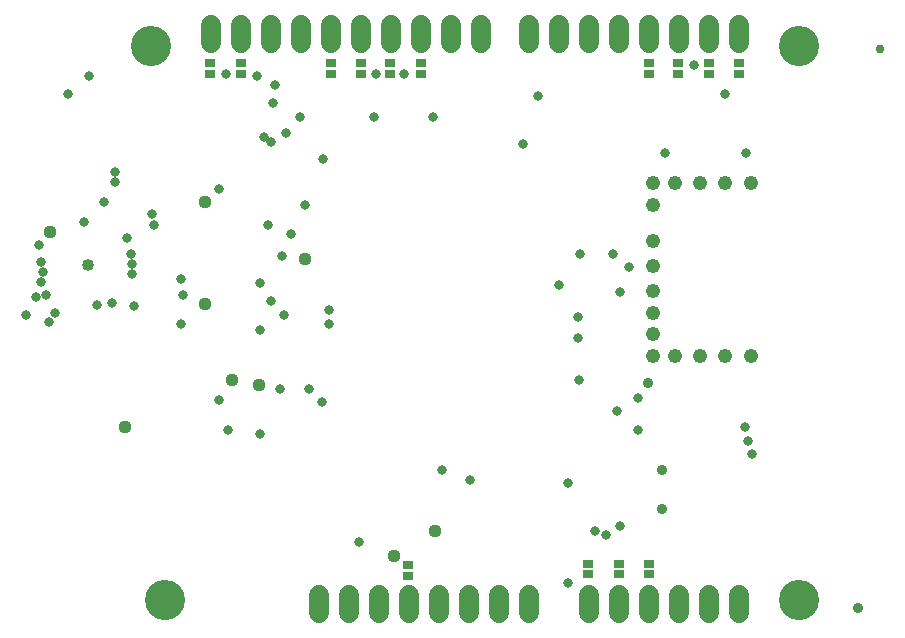
<source format=gbs>
G75*
%MOIN*%
%OFA0B0*%
%FSLAX25Y25*%
%IPPOS*%
%LPD*%
%AMOC8*
5,1,8,0,0,1.08239X$1,22.5*
%
%ADD10C,0.06737*%
%ADD11C,0.13398*%
%ADD12R,0.03800X0.02600*%
%ADD13C,0.03200*%
%ADD14C,0.04000*%
%ADD15C,0.04400*%
%ADD16C,0.03000*%
%ADD17C,0.04762*%
%ADD18C,0.03600*%
D10*
X0137048Y0023231D02*
X0137048Y0029169D01*
X0147048Y0029169D02*
X0147048Y0023231D01*
X0157048Y0023231D02*
X0157048Y0029169D01*
X0167048Y0029169D02*
X0167048Y0023231D01*
X0177048Y0023231D02*
X0177048Y0029169D01*
X0187048Y0029169D02*
X0187048Y0023231D01*
X0197048Y0023231D02*
X0197048Y0029169D01*
X0207048Y0029169D02*
X0207048Y0023231D01*
X0227048Y0023231D02*
X0227048Y0029169D01*
X0237048Y0029169D02*
X0237048Y0023231D01*
X0247048Y0023231D02*
X0247048Y0029169D01*
X0257048Y0029169D02*
X0257048Y0023231D01*
X0267048Y0023231D02*
X0267048Y0029169D01*
X0277048Y0029169D02*
X0277048Y0023231D01*
X0277048Y0213231D02*
X0277048Y0219169D01*
X0267048Y0219169D02*
X0267048Y0213231D01*
X0257048Y0213231D02*
X0257048Y0219169D01*
X0247048Y0219169D02*
X0247048Y0213231D01*
X0237048Y0213231D02*
X0237048Y0219169D01*
X0227048Y0219169D02*
X0227048Y0213231D01*
X0217048Y0213231D02*
X0217048Y0219169D01*
X0207048Y0219169D02*
X0207048Y0213231D01*
X0191048Y0213231D02*
X0191048Y0219169D01*
X0181048Y0219169D02*
X0181048Y0213231D01*
X0171048Y0213231D02*
X0171048Y0219169D01*
X0161048Y0219169D02*
X0161048Y0213231D01*
X0151048Y0213231D02*
X0151048Y0219169D01*
X0141048Y0219169D02*
X0141048Y0213231D01*
X0131048Y0213231D02*
X0131048Y0219169D01*
X0121048Y0219169D02*
X0121048Y0213231D01*
X0111048Y0213231D02*
X0111048Y0219169D01*
X0101048Y0219169D02*
X0101048Y0213231D01*
D11*
X0085898Y0027300D03*
X0297348Y0027300D03*
X0297348Y0212100D03*
X0081098Y0212100D03*
D12*
X0100848Y0206400D03*
X0100848Y0202800D03*
X0111048Y0202800D03*
X0111048Y0206400D03*
X0141048Y0206400D03*
X0141048Y0202800D03*
X0151248Y0202800D03*
X0151248Y0206400D03*
X0160848Y0206400D03*
X0160848Y0202800D03*
X0171048Y0202800D03*
X0171048Y0206400D03*
X0247248Y0206400D03*
X0247248Y0202800D03*
X0256848Y0202800D03*
X0256848Y0206400D03*
X0267048Y0206400D03*
X0267048Y0202800D03*
X0277248Y0202800D03*
X0277248Y0206400D03*
X0247248Y0039600D03*
X0247248Y0036000D03*
X0237048Y0036000D03*
X0237048Y0039600D03*
X0226848Y0039600D03*
X0226848Y0036000D03*
X0167003Y0035390D03*
X0167003Y0038990D03*
D13*
X0150648Y0046800D03*
X0178248Y0070800D03*
X0187491Y0067453D03*
X0220248Y0066600D03*
X0229248Y0050400D03*
X0232848Y0049200D03*
X0237648Y0052200D03*
X0220248Y0033000D03*
X0281673Y0076275D03*
X0280248Y0080400D03*
X0279048Y0085200D03*
X0243648Y0084000D03*
X0236448Y0090600D03*
X0243648Y0094800D03*
X0223848Y0100800D03*
X0223648Y0114800D03*
X0223448Y0121800D03*
X0217248Y0132600D03*
X0224161Y0142804D03*
X0235248Y0142800D03*
X0240648Y0138600D03*
X0237648Y0130200D03*
X0252648Y0176400D03*
X0279648Y0176400D03*
X0272448Y0196200D03*
X0262248Y0205800D03*
X0210048Y0195600D03*
X0205248Y0179400D03*
X0175248Y0188400D03*
X0165648Y0202800D03*
X0156048Y0202800D03*
X0155448Y0188400D03*
X0138648Y0174600D03*
X0126048Y0183000D03*
X0121248Y0180000D03*
X0118848Y0181800D03*
X0130848Y0188400D03*
X0121848Y0193200D03*
X0122448Y0199200D03*
X0116448Y0202200D03*
X0106248Y0202800D03*
X0060648Y0202200D03*
X0053448Y0196200D03*
X0069071Y0170181D03*
X0069048Y0166800D03*
X0065448Y0160200D03*
X0058848Y0153600D03*
X0073248Y0148200D03*
X0074448Y0142800D03*
X0074982Y0139355D03*
X0074808Y0136200D03*
X0068356Y0126322D03*
X0063249Y0125843D03*
X0075648Y0125400D03*
X0091848Y0129000D03*
X0091248Y0134400D03*
X0091248Y0119400D03*
X0117648Y0117600D03*
X0125448Y0122400D03*
X0121248Y0127200D03*
X0117648Y0133200D03*
X0124848Y0142200D03*
X0127848Y0149400D03*
X0120048Y0152400D03*
X0132648Y0159000D03*
X0103848Y0164400D03*
X0081648Y0156000D03*
X0082248Y0152400D03*
X0043848Y0145800D03*
X0044448Y0139995D03*
X0045071Y0136731D03*
X0044555Y0133523D03*
X0046230Y0129203D03*
X0042771Y0128569D03*
X0039648Y0122400D03*
X0047238Y0120259D03*
X0049276Y0123006D03*
X0103848Y0094200D03*
X0106848Y0084000D03*
X0117648Y0082800D03*
X0138048Y0093600D03*
X0133848Y0097800D03*
X0124248Y0097800D03*
X0140448Y0119400D03*
X0140448Y0124200D03*
D14*
X0060048Y0139100D03*
D15*
X0047448Y0150000D03*
X0099048Y0160200D03*
X0132648Y0141000D03*
X0099048Y0126000D03*
X0108048Y0100800D03*
X0117048Y0099000D03*
X0072648Y0085200D03*
X0162259Y0042000D03*
X0175848Y0050400D03*
D16*
X0324048Y0211200D03*
D17*
X0281048Y0166400D03*
X0272648Y0166400D03*
X0264248Y0166400D03*
X0255848Y0166400D03*
X0248648Y0166400D03*
X0248648Y0159200D03*
X0248648Y0147200D03*
X0248648Y0138800D03*
X0248648Y0130400D03*
X0248648Y0123200D03*
X0248648Y0116000D03*
X0248648Y0108800D03*
X0255848Y0108800D03*
X0264248Y0108800D03*
X0272648Y0108800D03*
X0281048Y0108800D03*
D18*
X0246798Y0099750D03*
X0251523Y0070875D03*
X0251373Y0057675D03*
X0316981Y0024881D03*
M02*

</source>
